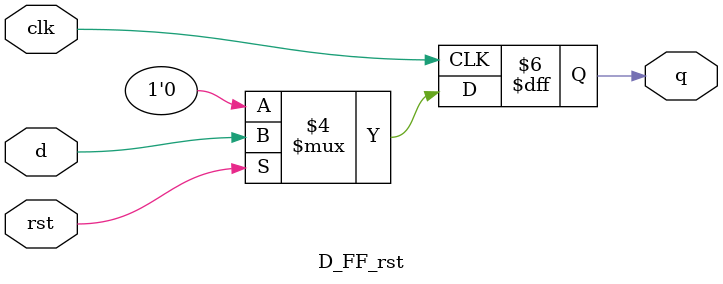
<source format=v>
module D_FF_rst (q,d,clk,rst);
    input  clk, d,rst;
    output q;
    reg    q;
       
    always @(posedge clk)
    begin
       if (rst == 1'b0)
			q <= 1'b0;
		else
			q <= d;
    end
        endmodule
</source>
